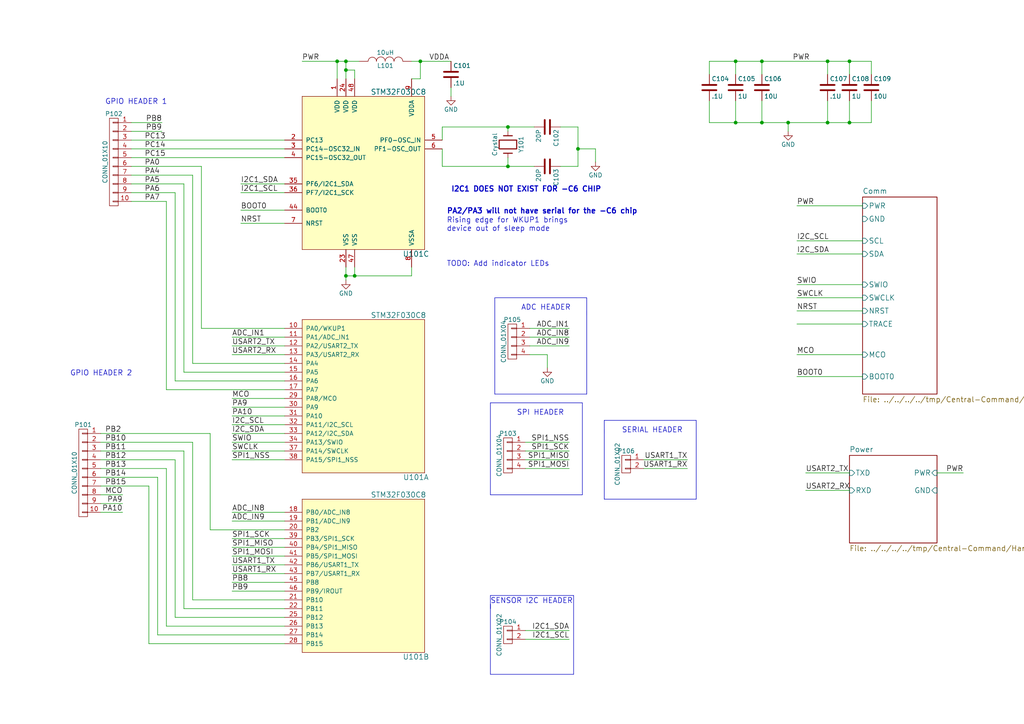
<source format=kicad_sch>
(kicad_sch (version 20230121) (generator eeschema)
  (paper "A4")
  (title_block (title "Central Command") (date "2016-01-14") (rev "0") (company "Contextual Electronics") (comment 1 "CEDOC-0603") (comment 2 "contextualelectronics.com") (comment 3 "N/A") (comment 4 "N/A"))
  (lib_symbols
    (symbol "CentralCommand-rescue:C" (pin_numbers hide) (pin_names (offset 0.254))
      (property "Reference" "C" (at 0.635 2.54 0))
      (property "Value" "C" (at 0.635 -2.54 0))
      (symbol "C_0_1"
        (polyline (pts (xy -2.032 -0.762) (xy 2.032 -0.762)) (stroke (width 0.508)))
        (polyline (pts (xy -2.032 0.762) (xy 2.032 0.762)) (stroke (width 0.508)))
      )
      (symbol "C_1_1"
        (pin passive line (at 0 3.81 270) (length 2.794) (name "~") (number "1"))
        (pin passive line (at 0 -3.81 90) (length 2.794) (name "~") (number "2"))
      )
    )
    (symbol "CentralCommand-rescue:CONN_01X02" (pin_names (offset 1.016) hide)
      (property "Reference" "P" (at 0 3.81 0))
      (property "Value" "CONN_01X02" (at 2.54 0 90))
      (symbol "CONN_01X02_0_1"
        (rectangle (start -1.27 -1.143) (end 0.254 -1.397))
        (rectangle (start -1.27 1.397) (end 0.254 1.143))
        (rectangle (start -1.27 2.54) (end 1.27 -2.54))
      )
      (symbol "CONN_01X02_1_1"
        (pin passive line (at -5.08 1.27 0) (length 3.81) (name "P1") (number "1"))
        (pin passive line (at -5.08 -1.27 0) (length 3.81) (name "P2") (number "2"))
      )
    )
    (symbol "CentralCommand-rescue:CONN_01X04" (pin_names (offset 1.016) hide)
      (property "Reference" "P" (at 0 6.35 0))
      (property "Value" "CONN_01X04" (at 2.54 0 90))
      (symbol "CONN_01X04_0_1"
        (rectangle (start -1.27 -3.683) (end 0.254 -3.937))
        (rectangle (start -1.27 -1.143) (end 0.254 -1.397))
        (rectangle (start -1.27 1.397) (end 0.254 1.143))
        (rectangle (start -1.27 3.937) (end 0.254 3.683))
        (rectangle (start -1.27 5.08) (end 1.27 -5.08))
      )
      (symbol "CONN_01X04_1_1"
        (pin passive line (at -5.08 3.81 0) (length 3.81) (name "P1") (number "1"))
        (pin passive line (at -5.08 1.27 0) (length 3.81) (name "P2") (number "2"))
        (pin passive line (at -5.08 -1.27 0) (length 3.81) (name "P3") (number "3"))
        (pin passive line (at -5.08 -3.81 0) (length 3.81) (name "P4") (number "4"))
      )
    )
    (symbol "CentralCommand-rescue:CONN_01X10" (pin_names (offset 1.016) hide)
      (property "Reference" "P" (at 0 13.97 0))
      (property "Value" "CONN_01X10" (at 2.54 0 90))
      (symbol "CONN_01X10_0_1"
        (rectangle (start -1.27 -11.303) (end 0.254 -11.557))
        (rectangle (start -1.27 -8.763) (end 0.254 -9.017))
        (rectangle (start -1.27 -6.223) (end 0.254 -6.477))
        (rectangle (start -1.27 -3.683) (end 0.254 -3.937))
        (rectangle (start -1.27 -1.143) (end 0.254 -1.397))
        (rectangle (start -1.27 1.397) (end 0.254 1.143))
        (rectangle (start -1.27 3.937) (end 0.254 3.683))
        (rectangle (start -1.27 6.477) (end 0.254 6.223))
        (rectangle (start -1.27 9.017) (end 0.254 8.763))
        (rectangle (start -1.27 11.557) (end 0.254 11.303))
        (rectangle (start -1.27 12.7) (end 1.27 -12.7))
      )
      (symbol "CONN_01X10_1_1"
        (pin passive line (at -5.08 11.43 0) (length 3.81) (name "P1") (number "1"))
        (pin passive line (at -5.08 -11.43 0) (length 3.81) (name "P10") (number "10"))
        (pin passive line (at -5.08 8.89 0) (length 3.81) (name "P2") (number "2"))
        (pin passive line (at -5.08 6.35 0) (length 3.81) (name "P3") (number "3"))
        (pin passive line (at -5.08 3.81 0) (length 3.81) (name "P4") (number "4"))
        (pin passive line (at -5.08 1.27 0) (length 3.81) (name "P5") (number "5"))
        (pin passive line (at -5.08 -1.27 0) (length 3.81) (name "P6") (number "6"))
        (pin passive line (at -5.08 -3.81 0) (length 3.81) (name "P7") (number "7"))
        (pin passive line (at -5.08 -6.35 0) (length 3.81) (name "P8") (number "8"))
        (pin passive line (at -5.08 -8.89 0) (length 3.81) (name "P9") (number "9"))
      )
    )
    (symbol "CentralCommand-rescue:Crystal" (pin_numbers hide) (pin_names (offset 1.016) hide)
      (property "Reference" "Y" (at 0 3.81 0))
      (property "Value" "Crystal" (at 0 -3.81 0))
      (symbol "Crystal_0_1"
        (rectangle (start -1.27 2.54) (end 1.27 -2.54) (stroke (width 0.3048)))
        (polyline (pts (xy -2.54 -1.27) (xy -2.54 1.27)) (stroke (width 0.3048)))
        (polyline (pts (xy 2.54 -1.27) (xy 2.54 1.27)) (stroke (width 0.3048)))
      )
      (symbol "Crystal_1_1"
        (pin passive line (at -3.81 0 0) (length 1.27) (name "1") (number "1"))
        (pin passive line (at 3.81 0 180) (length 1.27) (name "2") (number "2"))
      )
    )
    (symbol "CentralCommand-rescue:GND" (power) (pin_names (offset 0))
      (property "Value" "GND" (at 0 -3.81 0))
      (symbol "GND_0_1"
        (polyline (pts (xy 0 0) (xy 0 -1.27) (xy 1.27 -1.27) (xy 0 -2.54) (xy -1.27 -1.27) (xy 0 -1.27)))
      )
      (symbol "GND_1_1"
        (pin power_in line (at 0 0 270) (length 0) hide (name "GND") (number "1"))
      )
    )
    (symbol "CentralCommand-rescue:INDUCTOR" (pin_numbers hide) (pin_names (offset 1.016) hide)
      (property "Reference" "L" (at -1.27 0 90))
      (property "Value" "INDUCTOR" (at 2.54 0 90))
      (symbol "INDUCTOR_0_1"
        (arc (start 0.0254 -5.0546) (mid 1.2449 -3.8097) (end 0.0254 -2.54))
        (arc (start 0.0254 -2.5146) (mid 1.2703 -1.2444) (end 0.0254 0.0508))
        (arc (start 0.0254 0.0254) (mid 1.2703 1.2956) (end 0.0254 2.5908))
        (arc (start 0.0254 2.5654) (mid 1.1941 3.7595) (end 0.0254 4.9784))
      )
      (symbol "INDUCTOR_1_1"
        (pin passive line (at 0 7.62 270) (length 2.54) (name "1") (number "1"))
        (pin passive line (at 0 -7.62 90) (length 2.54) (name "2") (number "2"))
      )
    )
    (symbol "CentralCommand-rescue:STM32F030C8" (pin_names (offset 1.016))
      (property "Reference" "U" (at 13.97 -24.13 0))
      (property "Value" "STM32F030C8" (at 8.89 22.86 0))
      (symbol "STM32F030C8_0_1"
        (rectangle (start -19.05 21.59) (end 16.51 -22.86) (fill (type background)))
      )
      (symbol "STM32F030C8_1_1"
        (pin input line (at -24.13 19.05 0) (length 5.08) (name "PA0/WKUP1") (number "10"))
        (pin input line (at -24.13 16.51 0) (length 5.08) (name "PA1/ADC_IN1") (number "11"))
        (pin input line (at -24.13 13.97 0) (length 5.08) (name "PA2/USART2_TX") (number "12"))
        (pin input line (at -24.13 11.43 0) (length 5.08) (name "PA3/USART2_RX") (number "13"))
        (pin input line (at -24.13 8.89 0) (length 5.08) (name "PA4") (number "14"))
        (pin input line (at -24.13 6.35 0) (length 5.08) (name "PA5") (number "15"))
        (pin input line (at -24.13 3.81 0) (length 5.08) (name "PA6") (number "16"))
        (pin input line (at -24.13 1.27 0) (length 5.08) (name "PA7") (number "17"))
        (pin input line (at -24.13 -1.27 0) (length 5.08) (name "PA8/MCO") (number "29"))
        (pin input line (at -24.13 -3.81 0) (length 5.08) (name "PA9") (number "30"))
        (pin input line (at -24.13 -6.35 0) (length 5.08) (name "PA10") (number "31"))
        (pin input line (at -24.13 -8.89 0) (length 5.08) (name "PA11/I2C_SCL") (number "32"))
        (pin input line (at -24.13 -11.43 0) (length 5.08) (name "PA12/I2C_SDA") (number "33"))
        (pin input line (at -24.13 -13.97 0) (length 5.08) (name "PA13/SWIO") (number "34"))
        (pin input line (at -24.13 -16.51 0) (length 5.08) (name "PA14/SWCLK") (number "37"))
        (pin input line (at -24.13 -19.05 0) (length 5.08) (name "PA15/SPI1_NSS") (number "38"))
      )
      (symbol "STM32F030C8_2_1"
        (pin input line (at -24.13 17.78 0) (length 5.08) (name "PB0/ADC_IN8") (number "18"))
        (pin input line (at -24.13 15.24 0) (length 5.08) (name "PB1/ADC_IN9") (number "19"))
        (pin input line (at -24.13 12.7 0) (length 5.08) (name "PB2") (number "20"))
        (pin input line (at -24.13 -7.62 0) (length 5.08) (name "PB10") (number "21"))
        (pin input line (at -24.13 -10.16 0) (length 5.08) (name "PB11") (number "22"))
        (pin input line (at -24.13 -12.7 0) (length 5.08) (name "PB12") (number "25"))
        (pin input line (at -24.13 -15.24 0) (length 5.08) (name "PB13") (number "26"))
        (pin input line (at -24.13 -17.78 0) (length 5.08) (name "PB14") (number "27"))
        (pin input line (at -24.13 -20.32 0) (length 5.08) (name "PB15") (number "28"))
        (pin input line (at -24.13 10.16 0) (length 5.08) (name "PB3/SPI1_SCK") (number "39"))
        (pin input line (at -24.13 7.62 0) (length 5.08) (name "PB4/SPI1_MISO") (number "40"))
        (pin input line (at -24.13 5.08 0) (length 5.08) (name "PB5/SPI1_MOSI") (number "41"))
        (pin input line (at -24.13 2.54 0) (length 5.08) (name "PB6/USART1_TX") (number "42"))
        (pin input line (at -24.13 0 0) (length 5.08) (name "PB7/USART1_RX") (number "43"))
        (pin input line (at -24.13 -2.54 0) (length 5.08) (name "PB8") (number "45"))
        (pin input line (at -24.13 -5.08 0) (length 5.08) (name "PB9/IROUT") (number "46"))
      )
      (symbol "STM32F030C8_3_1"
        (pin input line (at -8.89 26.67 270) (length 5.08) (name "VDD") (number "1"))
        (pin input line (at -24.13 8.89 0) (length 5.08) (name "PC13") (number "2"))
        (pin input line (at -6.35 -27.94 90) (length 5.08) (name "VSS") (number "23"))
        (pin input line (at -6.35 26.67 270) (length 5.08) (name "VDD") (number "24"))
        (pin input line (at -24.13 6.35 0) (length 5.08) (name "PC14-OSC32_IN") (number "3"))
        (pin input line (at -24.13 -3.81 0) (length 5.08) (name "PF6/I2C1_SDA") (number "35"))
        (pin input line (at -24.13 -6.35 0) (length 5.08) (name "PF7/I2C1_SCK") (number "36"))
        (pin input line (at -24.13 3.81 0) (length 5.08) (name "PC15-OSC32_OUT") (number "4"))
        (pin input line (at -24.13 -11.43 0) (length 5.08) (name "BOOT0") (number "44"))
        (pin input line (at -3.81 -27.94 90) (length 5.08) (name "VSS") (number "47"))
        (pin input line (at -3.81 26.67 270) (length 5.08) (name "VDD") (number "48"))
        (pin input line (at 21.59 8.89 180) (length 5.08) (name "PF0-OSC_IN") (number "5"))
        (pin input line (at 21.59 6.35 180) (length 5.08) (name "PF1-OSC_OUT") (number "6"))
        (pin input line (at -24.13 -15.24 0) (length 5.08) (name "NRST") (number "7"))
        (pin input line (at 12.7 -27.94 90) (length 5.08) (name "VSSA") (number "8"))
        (pin input line (at 12.7 26.67 270) (length 5.08) (name "VDDA") (number "9"))
      )
    )
  )
  (junction (at 240.03 17.78))
  (junction (at 100.33 80.01))
  (junction (at 121.92 17.78))
  (junction (at 97.79 17.78))
  (junction (at 147.32 48.26))
  (junction (at 240.03 35.56))
  (junction (at 213.36 17.78))
  (junction (at 102.87 80.01))
  (junction (at 167.64 43.18))
  (junction (at 220.98 17.78))
  (junction (at 100.33 17.78))
  (junction (at 228.6 35.56))
  (junction (at 246.38 35.56))
  (junction (at 246.38 17.78))
  (junction (at 147.32 36.83))
  (junction (at 100.33 20.32))
  (junction (at 220.98 35.56))
  (junction (at 213.36 35.56))
  (wire (pts (xy 43.18 186.69) (xy 43.18 140.97)))
  (wire (pts (xy 82.55 55.88) (xy 69.85 55.88)))
  (wire (pts (xy 82.55 118.11) (xy 67.31 118.11)))
  (wire (pts (xy 82.55 130.81) (xy 67.31 130.81)))
  (polyline (pts (xy 142.24 175.26) (xy 142.24 195.58)))
  (wire (pts (xy 58.42 48.26) (xy 38.1 48.26)))
  (wire (pts (xy 45.72 184.15) (xy 45.72 138.43)))
  (wire (pts (xy 82.55 148.59) (xy 67.31 148.59)))
  (wire (pts (xy 82.55 176.53) (xy 53.34 176.53)))
  (wire (pts (xy 153.67 97.79) (xy 165.1 97.79)))
  (polyline (pts (xy 142.24 172.72) (xy 142.24 176.53)))
  (wire (pts (xy 53.34 130.81) (xy 29.21 130.81)))
  (wire (pts (xy 246.38 142.24) (xy 233.68 142.24)))
  (polyline (pts (xy 201.93 121.92) (xy 175.26 121.92)))
  (wire (pts (xy 186.69 135.89) (xy 199.39 135.89)))
  (wire (pts (xy 48.26 135.89) (xy 29.21 135.89)))
  (wire (pts (xy 100.33 80.01) (xy 100.33 81.28)))
  (wire (pts (xy 60.96 153.67) (xy 60.96 125.73)))
  (wire (pts (xy 119.38 22.86) (xy 121.92 22.86)))
  (wire (pts (xy 246.38 17.78) (xy 246.38 21.59)))
  (polyline (pts (xy 166.37 172.72) (xy 142.24 172.72)))
  (polyline (pts (xy 142.24 143.51) (xy 168.91 143.51)))
  (polyline (pts (xy 175.26 124.46) (xy 175.26 144.78)))
  (wire (pts (xy 67.31 125.73) (xy 82.55 125.73)))
  (wire (pts (xy 82.55 153.67) (xy 60.96 153.67)))
  (wire (pts (xy 82.55 123.19) (xy 67.31 123.19)))
  (wire (pts (xy 82.55 45.72) (xy 38.1 45.72)))
  (wire (pts (xy 48.26 181.61) (xy 48.26 135.89)))
  (wire (pts (xy 128.27 48.26) (xy 147.32 48.26)))
  (polyline (pts (xy 142.24 116.84) (xy 142.24 143.51)))
  (wire (pts (xy 82.55 163.83) (xy 67.31 163.83)))
  (wire (pts (xy 246.38 17.78) (xy 252.73 17.78)))
  (wire (pts (xy 55.88 128.27) (xy 29.21 128.27)))
  (wire (pts (xy 35.56 146.05) (xy 29.21 146.05)))
  (wire (pts (xy 50.8 110.49) (xy 82.55 110.49)))
  (polyline (pts (xy 143.51 86.36) (xy 170.18 86.36)))
  (wire (pts (xy 147.32 45.72) (xy 147.32 48.26)))
  (wire (pts (xy 231.14 69.85) (xy 250.19 69.85)))
  (polyline (pts (xy 142.24 195.58) (xy 166.37 195.58)))
  (wire (pts (xy 87.63 17.78) (xy 97.79 17.78)))
  (wire (pts (xy 147.32 36.83) (xy 154.94 36.83)))
  (wire (pts (xy 82.55 64.77) (xy 69.85 64.77)))
  (wire (pts (xy 147.32 48.26) (xy 154.94 48.26)))
  (wire (pts (xy 220.98 17.78) (xy 240.03 17.78)))
  (wire (pts (xy 53.34 53.34) (xy 53.34 107.95)))
  (wire (pts (xy 82.55 60.96) (xy 69.85 60.96)))
  (wire (pts (xy 38.1 55.88) (xy 50.8 55.88)))
  (wire (pts (xy 186.69 133.35) (xy 199.39 133.35)))
  (wire (pts (xy 53.34 176.53) (xy 53.34 130.81)))
  (wire (pts (xy 240.03 17.78) (xy 240.03 21.59)))
  (wire (pts (xy 82.55 186.69) (xy 43.18 186.69)))
  (wire (pts (xy 172.72 43.18) (xy 172.72 46.99)))
  (wire (pts (xy 128.27 48.26) (xy 128.27 43.18)))
  (wire (pts (xy 45.72 138.43) (xy 29.21 138.43)))
  (wire (pts (xy 167.64 43.18) (xy 172.72 43.18)))
  (wire (pts (xy 250.19 82.55) (xy 231.14 82.55)))
  (polyline (pts (xy 175.26 144.78) (xy 201.93 144.78)))
  (wire (pts (xy 82.55 173.99) (xy 55.88 173.99)))
  (wire (pts (xy 220.98 29.21) (xy 220.98 35.56)))
  (wire (pts (xy 48.26 58.42) (xy 48.26 113.03)))
  (wire (pts (xy 53.34 107.95) (xy 82.55 107.95)))
  (wire (pts (xy 55.88 105.41) (xy 82.55 105.41)))
  (wire (pts (xy 46.99 38.1) (xy 38.1 38.1)))
  (wire (pts (xy 43.18 140.97) (xy 29.21 140.97)))
  (wire (pts (xy 82.55 166.37) (xy 67.31 166.37)))
  (wire (pts (xy 128.27 36.83) (xy 147.32 36.83)))
  (wire (pts (xy 55.88 173.99) (xy 55.88 128.27)))
  (wire (pts (xy 167.64 43.18) (xy 167.64 48.26)))
  (wire (pts (xy 100.33 17.78) (xy 104.14 17.78)))
  (polyline (pts (xy 170.18 86.36) (xy 170.18 91.44)))
  (polyline (pts (xy 175.26 121.92) (xy 175.26 125.73)))
  (wire (pts (xy 128.27 36.83) (xy 128.27 40.64)))
  (wire (pts (xy 82.55 128.27) (xy 67.31 128.27)))
  (wire (pts (xy 102.87 80.01) (xy 102.87 77.47)))
  (wire (pts (xy 82.55 161.29) (xy 67.31 161.29)))
  (wire (pts (xy 130.81 25.4) (xy 130.81 27.94)))
  (wire (pts (xy 167.64 36.83) (xy 167.64 43.18)))
  (wire (pts (xy 102.87 22.86) (xy 102.87 20.32)))
  (wire (pts (xy 220.98 21.59) (xy 220.98 17.78)))
  (wire (pts (xy 82.55 120.65) (xy 67.31 120.65)))
  (wire (pts (xy 82.55 184.15) (xy 45.72 184.15)))
  (wire (pts (xy 58.42 48.26) (xy 58.42 95.25)))
  (wire (pts (xy 246.38 137.16) (xy 233.68 137.16)))
  (wire (pts (xy 82.55 158.75) (xy 67.31 158.75)))
  (wire (pts (xy 220.98 35.56) (xy 228.6 35.56)))
  (wire (pts (xy 58.42 95.25) (xy 82.55 95.25)))
  (wire (pts (xy 82.55 179.07) (xy 50.8 179.07)))
  (wire (pts (xy 38.1 35.56) (xy 46.99 35.56)))
  (wire (pts (xy 82.55 43.18) (xy 38.1 43.18)))
  (wire (pts (xy 82.55 100.33) (xy 67.31 100.33)))
  (polyline (pts (xy 168.91 143.51) (xy 168.91 116.84)))
  (wire (pts (xy 152.4 133.35) (xy 165.1 133.35)))
  (wire (pts (xy 82.55 151.13) (xy 67.31 151.13)))
  (wire (pts (xy 213.36 17.78) (xy 220.98 17.78)))
  (wire (pts (xy 100.33 80.01) (xy 102.87 80.01)))
  (wire (pts (xy 121.92 22.86) (xy 121.92 17.78)))
  (wire (pts (xy 48.26 113.03) (xy 82.55 113.03)))
  (wire (pts (xy 100.33 20.32) (xy 100.33 22.86)))
  (wire (pts (xy 240.03 17.78) (xy 246.38 17.78)))
  (wire (pts (xy 162.56 36.83) (xy 167.64 36.83)))
  (wire (pts (xy 250.19 73.66) (xy 231.14 73.66)))
  (wire (pts (xy 50.8 55.88) (xy 50.8 110.49)))
  (wire (pts (xy 82.55 102.87) (xy 67.31 102.87)))
  (wire (pts (xy 29.21 143.51) (xy 35.56 143.51)))
  (wire (pts (xy 158.75 102.87) (xy 158.75 106.68)))
  (wire (pts (xy 240.03 35.56) (xy 246.38 35.56)))
  (wire (pts (xy 100.33 77.47) (xy 100.33 80.01)))
  (wire (pts (xy 228.6 35.56) (xy 228.6 38.1)))
  (polyline (pts (xy 166.37 195.58) (xy 166.37 172.72)))
  (wire (pts (xy 82.55 53.34) (xy 69.85 53.34)))
  (wire (pts (xy 60.96 125.73) (xy 29.21 125.73)))
  (wire (pts (xy 67.31 115.57) (xy 82.55 115.57)))
  (wire (pts (xy 153.67 95.25) (xy 165.1 95.25)))
  (wire (pts (xy 252.73 17.78) (xy 252.73 21.59)))
  (wire (pts (xy 250.19 102.87) (xy 231.14 102.87)))
  (wire (pts (xy 97.79 17.78) (xy 97.79 22.86)))
  (wire (pts (xy 213.36 35.56) (xy 220.98 35.56)))
  (wire (pts (xy 50.8 179.07) (xy 50.8 133.35)))
  (wire (pts (xy 38.1 50.8) (xy 55.88 50.8)))
  (polyline (pts (xy 143.51 114.3) (xy 143.51 86.36)))
  (wire (pts (xy 82.55 40.64) (xy 38.1 40.64)))
  (wire (pts (xy 119.38 80.01) (xy 119.38 77.47)))
  (wire (pts (xy 252.73 35.56) (xy 252.73 29.21)))
  (wire (pts (xy 153.67 100.33) (xy 165.1 100.33)))
  (wire (pts (xy 82.55 97.79) (xy 67.31 97.79)))
  (wire (pts (xy 250.19 86.36) (xy 231.14 86.36)))
  (wire (pts (xy 102.87 20.32) (xy 100.33 20.32)))
  (polyline (pts (xy 201.93 144.78) (xy 201.93 121.92)))
  (wire (pts (xy 250.19 90.17) (xy 231.14 90.17)))
  (polyline (pts (xy 170.18 90.17) (xy 170.18 114.3)))
  (wire (pts (xy 121.92 17.78) (xy 130.81 17.78)))
  (wire (pts (xy 152.4 185.42) (xy 165.1 185.42)))
  (wire (pts (xy 53.34 53.34) (xy 38.1 53.34)))
  (wire (pts (xy 97.79 17.78) (xy 100.33 17.78)))
  (wire (pts (xy 152.4 135.89) (xy 165.1 135.89)))
  (wire (pts (xy 29.21 148.59) (xy 35.56 148.59)))
  (wire (pts (xy 167.64 48.26) (xy 162.56 48.26)))
  (wire (pts (xy 152.4 130.81) (xy 165.1 130.81)))
  (wire (pts (xy 228.6 35.56) (xy 240.03 35.56)))
  (wire (pts (xy 250.19 93.98) (xy 231.14 93.98)))
  (wire (pts (xy 205.74 35.56) (xy 213.36 35.56)))
  (wire (pts (xy 246.38 35.56) (xy 252.73 35.56)))
  (wire (pts (xy 100.33 17.78) (xy 100.33 20.32)))
  (wire (pts (xy 246.38 35.56) (xy 246.38 29.21)))
  (wire (pts (xy 250.19 59.69) (xy 231.14 59.69)))
  (wire (pts (xy 271.78 137.16) (xy 279.4 137.16)))
  (wire (pts (xy 102.87 80.01) (xy 119.38 80.01)))
  (wire (pts (xy 50.8 133.35) (xy 29.21 133.35)))
  (wire (pts (xy 82.55 133.35) (xy 67.31 133.35)))
  (wire (pts (xy 240.03 35.56) (xy 240.03 29.21)))
  (wire (pts (xy 48.26 58.42) (xy 38.1 58.42)))
  (wire (pts (xy 82.55 156.21) (xy 67.31 156.21)))
  (wire (pts (xy 152.4 128.27) (xy 165.1 128.27)))
  (wire (pts (xy 213.36 29.21) (xy 213.36 35.56)))
  (wire (pts (xy 213.36 21.59) (xy 213.36 17.78)))
  (wire (pts (xy 250.19 109.22) (xy 231.14 109.22)))
  (wire (pts (xy 153.67 102.87) (xy 158.75 102.87)))
  (wire (pts (xy 119.38 17.78) (xy 121.92 17.78)))
  (wire (pts (xy 82.55 181.61) (xy 48.26 181.61)))
  (polyline (pts (xy 168.91 116.84) (xy 142.24 116.84)))
  (wire (pts (xy 205.74 17.78) (xy 213.36 17.78)))
  (wire (pts (xy 147.32 38.1) (xy 147.32 36.83)))
  (wire (pts (xy 55.88 50.8) (xy 55.88 105.41)))
  (polyline (pts (xy 170.18 114.3) (xy 143.51 114.3)))
  (wire (pts (xy 82.55 171.45) (xy 67.31 171.45)))
  (wire (pts (xy 82.55 168.91) (xy 67.31 168.91)))
  (wire (pts (xy 205.74 29.21) (xy 205.74 35.56)))
  (wire (pts (xy 205.74 17.78) (xy 205.74 21.59)))
  (wire (pts (xy 152.4 182.88) (xy 165.1 182.88)))
  (text "ADC HEADER" (at 151.13 90.17 0) (effects (font (size 1.524 1.524)) (justify left bottom)))
  (text "GPIO HEADER 2" (at 20.32 109.22 0) (effects (font (size 1.524 1.524)) (justify left bottom)))
  (text "SPI HEADER" (at 149.86 120.65 0) (effects (font (size 1.524 1.524)) (justify left bottom)))
  (text "GPIO HEADER 1" (at 30.48 30.48 0) (effects (font (size 1.524 1.524)) (justify left bottom)))
  (text "SENSOR I2C HEADER" (at 142.24 175.26 0) (effects (font (size 1.524 1.524)) (justify left bottom)))
  (text "Rising edge for WKUP1 brings \ndevice out of sleep mode" (at 129.54 67.31 0) (effects (font (size 1.524 1.524)) (justify left bottom)))
  (text "TODO: Add indicator LEDs" (at 129.54 77.47 0) (effects (font (size 1.524 1.524)) (justify left bottom)))
  (text "SERIAL HEADER" (at 180.34 125.73 0) (effects (font (size 1.524 1.524)) (justify left bottom)))
  (text "I2C1 DOES NOT EXIST FOR -C6 CHIP" (at 130.81 55.88 0) (effects (font (size 1.524 1.524) (thickness 0.3048) bold) (justify left bottom)))
  (text "PA2/PA3 will not have serial for the -C6 chip" (at 129.54 62.23 0) (effects (font (size 1.524 1.524) (thickness 0.3048) bold) (justify left bottom)))
  (label "PA0" (at 41.91 48.26 0) (effects (font (size 1.524 1.524))))
  (label "USART2_TX" (at 233.68 137.16 0) (effects (font (size 1.524 1.524))))
  (label "NRST" (at 69.85 64.77 0) (effects (font (size 1.524 1.524))))
  (label "PB10" (at 30.48 128.27 0) (effects (font (size 1.524 1.524))))
  (label "USART1_TX" (at 199.39 133.35 180) (effects (font (size 1.524 1.524))))
  (label "PWR" (at 279.4 137.16 180) (effects (font (size 1.524 1.524))))
  (label "PA4" (at 41.91 50.8 0) (effects (font (size 1.524 1.524))))
  (label "PA6" (at 41.91 55.88 0) (effects (font (size 1.524 1.524))))
  (label "PB14" (at 30.48 138.43 0) (effects (font (size 1.524 1.524))))
  (label "SWCLK" (at 231.14 86.36 0) (effects (font (size 1.524 1.524))))
  (label "ADC_IN9" (at 67.31 151.13 0) (effects (font (size 1.524 1.524))))
  (label "USART2_RX" (at 67.31 102.87 0) (effects (font (size 1.524 1.524))))
  (label "ADC_IN1" (at 165.1 95.25 180) (effects (font (size 1.524 1.524))))
  (label "SPI1_MISO" (at 165.1 133.35 180) (effects (font (size 1.524 1.524))))
  (label "SPI1_SCK" (at 67.31 156.21 0) (effects (font (size 1.524 1.524))))
  (label "USART2_TX" (at 67.31 100.33 0) (effects (font (size 1.524 1.524))))
  (label "NRST" (at 231.14 90.17 0) (effects (font (size 1.524 1.524))))
  (label "ADC_IN9" (at 165.1 100.33 180) (effects (font (size 1.524 1.524))))
  (label "I2C_SDA" (at 231.14 73.66 0) (effects (font (size 1.524 1.524))))
  (label "PB9" (at 67.31 171.45 0) (effects (font (size 1.524 1.524))))
  (label "PB11" (at 30.48 130.81 0) (effects (font (size 1.524 1.524))))
  (label "PA10" (at 67.31 120.65 0) (effects (font (size 1.524 1.524))))
  (label "ADC_IN1" (at 67.31 97.79 0) (effects (font (size 1.524 1.524))))
  (label "SPI1_MOSI" (at 165.1 135.89 180) (effects (font (size 1.524 1.524))))
  (label "PA9" (at 67.31 118.11 0) (effects (font (size 1.524 1.524))))
  (label "I2C1_SCL" (at 165.1 185.42 180) (effects (font (size 1.524 1.524))))
  (label "SPI1_NSS" (at 67.31 133.35 0) (effects (font (size 1.524 1.524))))
  (label "BOOT0" (at 69.85 60.96 0) (effects (font (size 1.524 1.524))))
  (label "MCO" (at 231.14 102.87 0) (effects (font (size 1.524 1.524))))
  (label "I2C1_SDA" (at 165.1 182.88 180) (effects (font (size 1.524 1.524))))
  (label "ADC_IN8" (at 67.31 148.59 0) (effects (font (size 1.524 1.524))))
  (label "I2C1_SDA" (at 69.85 53.34 0) (effects (font (size 1.524 1.524))))
  (label "PB13" (at 30.48 135.89 0) (effects (font (size 1.524 1.524))))
  (label "PWR" (at 231.14 59.69 0) (effects (font (size 1.524 1.524))))
  (label "PB8" (at 46.99 35.56 180) (effects (font (size 1.524 1.524))))
  (label "SPI1_MISO" (at 67.31 158.75 0) (effects (font (size 1.524 1.524))))
  (label "I2C_SDA" (at 67.31 125.73 0) (effects (font (size 1.524 1.524))))
  (label "USART1_RX" (at 199.39 135.89 180) (effects (font (size 1.524 1.524))))
  (label "USART2_RX" (at 233.68 142.24 0) (effects (font (size 1.524 1.524))))
  (label "PB12" (at 30.48 133.35 0) (effects (font (size 1.524 1.524))))
  (label "PB2" (at 30.48 125.73 0) (effects (font (size 1.524 1.524))))
  (label "I2C_SCL" (at 67.31 123.19 0) (effects (font (size 1.524 1.524))))
  (label "PB9" (at 46.99 38.1 180) (effects (font (size 1.524 1.524))))
  (label "ADC_IN8" (at 165.1 97.79 180) (effects (font (size 1.524 1.524))))
  (label "PA5" (at 41.91 53.34 0) (effects (font (size 1.524 1.524))))
  (label "PB15" (at 30.48 140.97 0) (effects (font (size 1.524 1.524))))
  (label "PA7" (at 41.91 58.42 0) (effects (font (size 1.524 1.524))))
  (label "I2C_SCL" (at 231.14 69.85 0) (effects (font (size 1.524 1.524))))
  (label "SPI1_MOSI" (at 67.31 161.29 0) (effects (font (size 1.524 1.524))))
  (label "USART1_TX" (at 67.31 163.83 0) (effects (font (size 1.524 1.524))))
  (label "USART1_RX" (at 67.31 166.37 0) (effects (font (size 1.524 1.524))))
  (label "PB8" (at 67.31 168.91 0) (effects (font (size 1.524 1.524))))
  (label "SPI1_NSS" (at 165.1 128.27 180) (effects (font (size 1.524 1.524))))
  (label "I2C1_SCL" (at 69.85 55.88 0) (effects (font (size 1.524 1.524))))
  (label "SWCLK" (at 67.31 130.81 0) (effects (font (size 1.524 1.524))))
  (label "MCO" (at 35.56 143.51 180) (effects (font (size 1.524 1.524))))
  (label "MCO" (at 67.31 115.57 0) (effects (font (size 1.524 1.524))))
  (label "VDDA" (at 124.46 17.78 0) (effects (font (size 1.524 1.524))))
  (label "SWIO" (at 67.31 128.27 0) (effects (font (size 1.524 1.524))))
  (label "SPI1_SCK" (at 165.1 130.81 180) (effects (font (size 1.524 1.524))))
  (label "PA10" (at 35.56 148.59 180) (effects (font (size 1.524 1.524))))
  (label "PC15" (at 41.91 45.72 0) (effects (font (size 1.524 1.524))))
  (label "BOOT0" (at 231.14 109.22 0) (effects (font (size 1.524 1.524))))
  (label "PC13" (at 41.91 40.64 0) (effects (font (size 1.524 1.524))))
  (label "PC14" (at 41.91 43.18 0) (effects (font (size 1.524 1.524))))
  (label "PA9" (at 35.56 146.05 180) (effects (font (size 1.524 1.524))))
  (label "SWIO" (at 231.14 82.55 0) (effects (font (size 1.524 1.524))))
  (label "PWR" (at 229.87 17.78 0) (effects (font (size 1.524 1.524))))
  (label "PWR" (at 87.63 17.78 0) (effects (font (size 1.524 1.524))))
  (symbol (lib_id "CentralCommand-rescue:INDUCTOR") (at 111.76 17.78 90) (unit 1)
    (property "Reference" "L101" (at 111.76 19.05 90))
    (property "Value" "10uH" (at 111.76 15.24 90))
    (property "Footprint" "Inductors_NEOSID:Neosid_Inductor_SM1206" (effects hide))
    (property "Farnell" "1515399" (effects hide))
    (property "MPN" "LQH31CN100K03L" (effects hide))
  )
  (symbol (lib_id "CentralCommand-rescue:C") (at 130.81 21.59 0) (unit 1)
    (property "Reference" "C101" (at 131.445 19.05 0) (effects (justify left)))
    (property "Value" ".1U" (at 131.445 24.13 0) (effects (justify left)))
    (property "Footprint" "Capacitors_SMD:C_0805" (effects hide))
    (property "Farnell" "2496944" (effects hide))
    (property "MPN" "0805B104K500CT" (effects hide))
  )
  (symbol (lib_id "CentralCommand-rescue:GND") (at 100.33 81.28 0) (unit 1)
    (property "Reference" "#PWR01" (effects hide))
    (property "Value" "GND" (at 100.33 85.09 0))
  )
  (symbol (lib_id "CentralCommand-rescue:STM32F030C8") (at 106.68 114.3 0) (unit 1)
    (property "Reference" "U101" (at 120.65 138.43 0) (effects (font (size 1.524 1.524))))
    (property "Value" "STM32F030C8" (at 115.57 91.44 0) (effects (font (size 1.524 1.524))))
    (property "Footprint" "Housings_QFP:LQFP-48_7x7mm_Pitch0.5mm" (effects hide))
    (property "MPN" "STM32F030C8" (effects hide))
    (property "Farnell" "2393634" (effects hide))
  )
  (symbol (lib_id "CentralCommand-rescue:STM32F030C8") (at 106.68 166.37 0) (unit 2)
    (property "Reference" "U101" (at 120.65 190.5 0) (effects (font (size 1.524 1.524))))
    (property "Value" "STM32F030C8" (at 115.57 143.51 0) (effects (font (size 1.524 1.524))))
    (property "Footprint" "Housings_QFP:LQFP-48_7x7mm_Pitch0.5mm" (effects hide))
  )
  (symbol (lib_id "CentralCommand-rescue:STM32F030C8") (at 106.68 49.53 0) (unit 3)
    (property "Reference" "U101" (at 120.65 73.66 0) (effects (font (size 1.524 1.524))))
    (property "Value" "STM32F030C8" (at 115.57 26.67 0) (effects (font (size 1.524 1.524))))
    (property "Footprint" "Housings_QFP:LQFP-48_7x7mm_Pitch0.5mm" (effects hide))
    (property "MPN" "STM32F030C8" (effects hide))
    (property "Link" "https://parts.io/detail/153811934/STM32F030C8T6TR" (effects hide))
  )
  (symbol (lib_id "CentralCommand-rescue:Crystal") (at 147.32 41.91 270) (unit 1)
    (property "Reference" "Y101" (at 151.13 41.91 0))
    (property "Value" "Crystal" (at 143.51 41.91 0))
    (property "Footprint" "Crystals:Crystal_HC49-U_Vertical" (effects hide))
    (property "MPN" "FOXSLF/080-20" (effects hide))
    (property "Link" "http://parts.io/detail/343558/FOXSLF%2F080-20" (effects hide))
    (property "Farnell" "2063945" (effects hide))
  )
  (symbol (lib_id "CentralCommand-rescue:C") (at 158.75 36.83 270) (unit 1)
    (property "Reference" "C102" (at 161.29 37.465 0) (effects (justify left)))
    (property "Value" "20P" (at 156.21 37.465 0) (effects (justify left)))
    (property "Footprint" "Capacitors_SMD:C_0805" (effects hide))
    (property "Farnell" "2332762" (effects hide))
    (property "MPN" "08055A200JAT2A" (effects hide))
  )
  (symbol (lib_id "CentralCommand-rescue:C") (at 158.75 48.26 270) (unit 1)
    (property "Reference" "C103" (at 161.29 48.895 0) (effects (justify left)))
    (property "Value" "20P" (at 156.21 48.895 0) (effects (justify left)))
    (property "Footprint" "Capacitors_SMD:C_0805" (effects hide))
    (property "Farnell" "2332762" (effects hide))
    (property "MPN" "08055A200JAT2A" (effects hide))
  )
  (symbol (lib_id "CentralCommand-rescue:GND") (at 172.72 46.99 0) (unit 1)
    (property "Reference" "#PWR02" (effects hide))
    (property "Value" "GND" (at 172.72 50.8 0))
  )
  (symbol (lib_id "CentralCommand-rescue:CONN_01X10") (at 33.02 46.99 0) (mirror y) (unit 1)
    (property "Reference" "P102" (at 33.02 33.02 0))
    (property "Value" "CONN_01X10" (at 30.48 46.99 90))
    (property "Footprint" "Pin_Headers:Pin_Header_Straight_1x10" (effects hide))
    (property "Farnell" "1022261" (effects hide))
    (property "MPN" "M20-9991046" (effects hide))
  )
  (symbol (lib_id "CentralCommand-rescue:CONN_01X04") (at 148.59 99.06 0) (mirror y) (unit 1)
    (property "Reference" "P105" (at 148.59 92.71 0))
    (property "Value" "CONN_01X04" (at 146.05 99.06 90))
    (property "Footprint" "Pin_Headers:Pin_Header_Straight_1x04" (effects hide))
    (property "Farnell" "1022251" (effects hide))
    (property "MPN" "M20-9990446" (effects hide))
  )
  (symbol (lib_id "CentralCommand-rescue:GND") (at 158.75 106.68 0) (unit 1)
    (property "Reference" "#PWR03" (effects hide))
    (property "Value" "GND" (at 158.75 110.49 0))
  )
  (symbol (lib_id "CentralCommand-rescue:CONN_01X04") (at 147.32 132.08 0) (mirror y) (unit 1)
    (property "Reference" "P103" (at 147.32 125.73 0))
    (property "Value" "CONN_01X04" (at 144.78 132.08 90))
    (property "Footprint" "Pin_Headers:Pin_Header_Straight_1x04" (effects hide))
    (property "Farnell" "1022251" (effects hide))
    (property "MPN" "M20-9990446" (effects hide))
  )
  (symbol (lib_id "CentralCommand-rescue:CONN_01X02") (at 181.61 134.62 0) (mirror y) (unit 1)
    (property "Reference" "P106" (at 181.61 130.81 0))
    (property "Value" "CONN_01X02" (at 179.07 134.62 90))
    (property "Footprint" "Pin_Headers:Pin_Header_Straight_1x02" (effects hide))
    (property "Farnell" "1022247" (effects hide))
    (property "MPN" "M20-9990246" (effects hide))
  )
  (symbol (lib_id "CentralCommand-rescue:CONN_01X10") (at 24.13 137.16 0) (mirror y) (unit 1)
    (property "Reference" "P101" (at 24.13 123.19 0))
    (property "Value" "CONN_01X10" (at 21.59 137.16 90))
    (property "Footprint" "Pin_Headers:Pin_Header_Straight_1x10" (effects hide))
    (property "Farnell" "1022261" (effects hide))
    (property "MPN" "M20-9991046" (effects hide))
  )
  (symbol (lib_id "CentralCommand-rescue:CONN_01X02") (at 147.32 184.15 0) (mirror y) (unit 1)
    (property "Reference" "P104" (at 147.32 180.34 0))
    (property "Value" "CONN_01X02" (at 144.78 184.15 90))
    (property "Footprint" "Pin_Headers:Pin_Header_Straight_1x02" (effects hide))
    (property "Farnell" "1022247" (effects hide))
    (property "MPN" "M20-9990246" (effects hide))
  )
  (symbol (lib_id "CentralCommand-rescue:GND") (at 130.81 27.94 0) (unit 1)
    (property "Reference" "#PWR04" (effects hide))
    (property "Value" "GND" (at 130.81 31.75 0))
  )
  (symbol (lib_id "CentralCommand-rescue:C") (at 205.74 25.4 0) (unit 1)
    (property "Reference" "C104" (at 206.375 22.86 0) (effects (justify left)))
    (property "Value" ".1U" (at 206.375 27.94 0) (effects (justify left)))
    (property "Footprint" "Capacitors_SMD:C_0805" (effects hide))
    (property "Farnell" "2496944" (effects hide))
    (property "MPN" "0805B104K500CT" (effects hide))
  )
  (symbol (lib_id "CentralCommand-rescue:C") (at 213.36 25.4 0) (unit 1)
    (property "Reference" "C105" (at 213.995 22.86 0) (effects (justify left)))
    (property "Value" "1U" (at 213.995 27.94 0) (effects (justify left)))
    (property "Footprint" "Capacitors_SMD:C_1206" (effects hide))
    (property "Farnell" "1856632" (effects hide))
    (property "MPN" "MCSH31B105K100CT" (effects hide))
  )
  (symbol (lib_id "CentralCommand-rescue:C") (at 220.98 25.4 0) (unit 1)
    (property "Reference" "C106" (at 221.615 22.86 0) (effects (justify left)))
    (property "Value" "10U" (at 221.615 27.94 0) (effects (justify left)))
    (property "Footprint" "Capacitors_SMD:C_1206" (effects hide))
    (property "Farnell" "2320921" (effects hide))
    (property "MPN" "MC1206B106K160CT" (effects hide))
  )
  (symbol (lib_id "CentralCommand-rescue:GND") (at 228.6 38.1 0) (unit 1)
    (property "Reference" "#PWR05" (effects hide))
    (property "Value" "GND" (at 228.6 41.91 0))
  )
  (symbol (lib_id "CentralCommand-rescue:C") (at 240.03 25.4 0) (unit 1)
    (property "Reference" "C107" (at 240.665 22.86 0) (effects (justify left)))
    (property "Value" ".1U" (at 240.665 27.94 0) (effects (justify left)))
    (property "Footprint" "Capacitors_SMD:C_0805" (effects hide))
    (property "Farnell" "2496944" (effects hide))
    (property "MPN" "0805B104K500CT" (effects hide))
  )
  (symbol (lib_id "CentralCommand-rescue:C") (at 246.38 25.4 0) (unit 1)
    (property "Reference" "C108" (at 247.015 22.86 0) (effects (justify left)))
    (property "Value" "1U" (at 247.015 27.94 0) (effects (justify left)))
    (property "Footprint" "Capacitors_SMD:C_1206" (effects hide))
    (property "Farnell" "1856632" (effects hide))
    (property "MPN" "MCSH31B105K100CT" (effects hide))
  )
  (symbol (lib_id "CentralCommand-rescue:C") (at 252.73 25.4 0) (unit 1)
    (property "Reference" "C109" (at 253.365 22.86 0) (effects (justify left)))
    (property "Value" "10U" (at 253.365 27.94 0) (effects (justify left)))
    (property "Footprint" "Capacitors_SMD:C_1206" (effects hide))
    (property "Farnell" "2320921" (effects hide))
    (property "MPN" "MC1206B106K160CT" (effects hide))
  )
  (sheet (at 246.38 132.08) (size 25.4 25.4)
    (property "Sheetname" "Power" (at 246.38 131.2414 0) (effects (font (size 1.524 1.524)) (justify left bottom)))
    (property "Sheetfile" "../../../../tmp/Central-Command/Hardware/Power.sch" (at 246.38 158.1662 0) (effects (font (size 1.524 1.524)) (justify left top)))
    (pin "TXD" input (at 246.38 137.16 180) (effects (font (size 1.524 1.524))))
    (pin "RXD" input (at 246.38 142.24 180) (effects (font (size 1.524 1.524))))
    (pin "PWR" input (at 271.78 137.16 0) (effects (font (size 1.524 1.524))))
    (pin "GND" input (at 271.78 142.24 0) (effects (font (size 1.524 1.524))))
  )
  (sheet (at 250.19 57.15) (size 21.59 57.15)
    (property "Sheetname" "Comm" (at 250.19 56.3114 0) (effects (font (size 1.524 1.524)) (justify left bottom)))
    (property "Sheetfile" "../../../../tmp/Central-Command/Hardware/Comm.sch" (at 250.19 114.9862 0) (effects (font (size 1.524 1.524)) (justify left top)))
    (pin "GND" input (at 250.19 63.5 180) (effects (font (size 1.524 1.524))))
    (pin "PWR" input (at 250.19 59.69 180) (effects (font (size 1.524 1.524))))
    (pin "SCL" input (at 250.19 69.85 180) (effects (font (size 1.524 1.524))))
    (pin "SDA" input (at 250.19 73.66 180) (effects (font (size 1.524 1.524))))
    (pin "SWIO" input (at 250.19 82.55 180) (effects (font (size 1.524 1.524))))
    (pin "SWCLK" input (at 250.19 86.36 180) (effects (font (size 1.524 1.524))))
    (pin "NRST" input (at 250.19 90.17 180) (effects (font (size 1.524 1.524))))
    (pin "TRACE" input (at 250.19 93.98 180) (effects (font (size 1.524 1.524))))
    (pin "MCO" input (at 250.19 102.87 180) (effects (font (size 1.524 1.524))))
    (pin "BOOT0" input (at 250.19 109.22 180) (effects (font (size 1.524 1.524))))
  )
)
</source>
